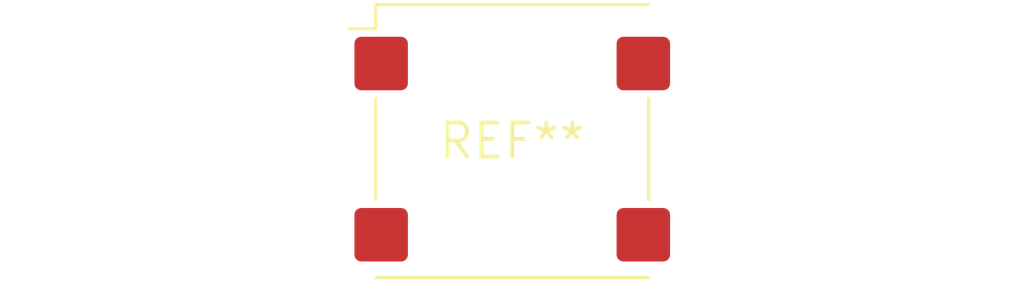
<source format=kicad_pcb>
(kicad_pcb (version 20240108) (generator pcbnew)
  (layers (0 "F.Cu" signal) (31 "B.Cu" signal) (34 "B.Paste" user) (35 "F.Paste" user) (36 "B.SilkS" user "B.Silkscreen") (37 "F.SilkS" user "F.Silkscreen") (38 "B.Mask" user) (39 "F.Mask" user) (44 "Edge.Cuts" user))
  (net 0 "")
  (footprint "MagneticBuzzer_PUI_SMT-1028-T-2-R" (layer "F.Cu") (at 0 0)
    (property "Reference" "REF**")
    (property "Value" "MagneticBuzzer_PUI_SMT-1028-T-2-R")
    (fp_line (start -5.1 -5.1) (end -5.1 -4.2) (layer "F.SilkS") (stroke (width 0.12)))
    (fp_line (start -5.1 -4.2) (end -6.1 -4.2) (layer "F.SilkS") (stroke (width 0.12)))
    (fp_line (start -5.1 -1.6) (end -5.1 2.2) (layer "F.SilkS") (stroke (width 0.12)))
    (fp_line (start -5.1 5.1) (end 5.1 5.1) (layer "F.SilkS") (stroke (width 0.12)))
    (fp_line (start 5.1 -5.1) (end -5.1 -5.1) (layer "F.SilkS") (stroke (width 0.12)))
    (fp_line (start 5.1 2.2) (end 5.1 -1.6) (layer "F.SilkS") (stroke (width 0.12)))
    (pad "1" smd roundrect (at -4.9 -2.9 270) (size 2 2) (layers "F.Cu" "F.Paste" "F.Mask") (roundrect_rratio 0.125))
    (pad "2" smd roundrect (at 4.9 -2.9 270) (size 2 2) (layers "F.Cu" "F.Paste" "F.Mask") (roundrect_rratio 0.125))
    (pad "MP" smd roundrect (at -4.9 3.5 270) (size 2 2) (layers "F.Cu" "F.Paste" "F.Mask") (roundrect_rratio 0.125))
    (pad "MP" smd roundrect (at 4.9 3.5 270) (size 2 2) (layers "F.Cu" "F.Paste" "F.Mask") (roundrect_rratio 0.125))
  )
)
</source>
